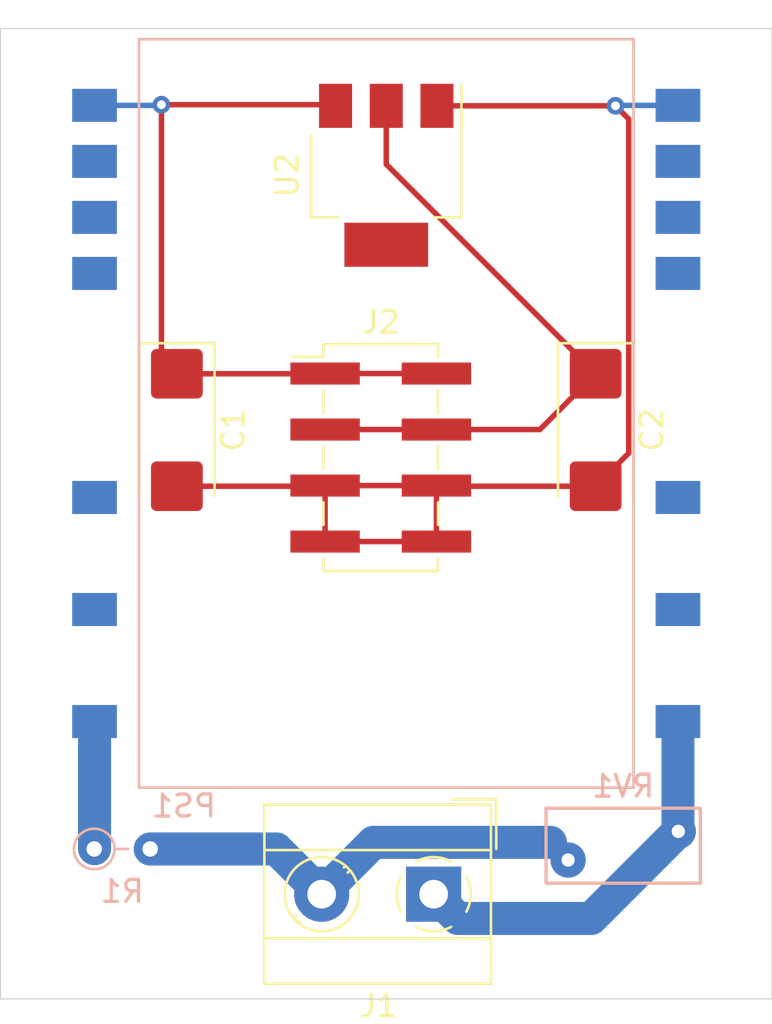
<source format=kicad_pcb>
(kicad_pcb (version 20171130) (host pcbnew "(5.1.9)-1")

  (general
    (thickness 1.6)
    (drawings 4)
    (tracks 44)
    (zones 0)
    (modules 8)
    (nets 7)
  )

  (page A4)
  (layers
    (0 F.Cu signal)
    (31 B.Cu signal)
    (32 B.Adhes user)
    (33 F.Adhes user)
    (34 B.Paste user)
    (35 F.Paste user)
    (36 B.SilkS user)
    (37 F.SilkS user)
    (38 B.Mask user)
    (39 F.Mask user)
    (40 Dwgs.User user)
    (41 Cmts.User user)
    (42 Eco1.User user)
    (43 Eco2.User user)
    (44 Edge.Cuts user)
    (45 Margin user)
    (46 B.CrtYd user)
    (47 F.CrtYd user)
    (48 B.Fab user)
    (49 F.Fab user)
  )

  (setup
    (last_trace_width 0.25)
    (trace_clearance 0.2)
    (zone_clearance 0.508)
    (zone_45_only no)
    (trace_min 0.2)
    (via_size 0.8)
    (via_drill 0.4)
    (via_min_size 0.4)
    (via_min_drill 0.3)
    (uvia_size 0.3)
    (uvia_drill 0.1)
    (uvias_allowed no)
    (uvia_min_size 0.2)
    (uvia_min_drill 0.1)
    (edge_width 0.05)
    (segment_width 0.2)
    (pcb_text_width 0.3)
    (pcb_text_size 1.5 1.5)
    (mod_edge_width 0.12)
    (mod_text_size 1 1)
    (mod_text_width 0.15)
    (pad_size 3.15 1)
    (pad_drill 0)
    (pad_to_mask_clearance 0)
    (aux_axis_origin 0 0)
    (visible_elements 7FFFFFFF)
    (pcbplotparams
      (layerselection 0x010fc_ffffffff)
      (usegerberextensions false)
      (usegerberattributes true)
      (usegerberadvancedattributes true)
      (creategerberjobfile true)
      (excludeedgelayer true)
      (linewidth 0.100000)
      (plotframeref false)
      (viasonmask false)
      (mode 1)
      (useauxorigin false)
      (hpglpennumber 1)
      (hpglpenspeed 20)
      (hpglpendiameter 15.000000)
      (psnegative false)
      (psa4output false)
      (plotreference true)
      (plotvalue true)
      (plotinvisibletext false)
      (padsonsilk false)
      (subtractmaskfromsilk false)
      (outputformat 1)
      (mirror false)
      (drillshape 0)
      (scaleselection 1)
      (outputdirectory "Gerber"))
  )

  (net 0 "")
  (net 1 GND)
  (net 2 +3V3)
  (net 3 +5V)
  (net 4 "Net-(PS1-Pad1)")
  (net 5 "Net-(J1-Pad1)")
  (net 6 "Net-(J1-Pad2)")

  (net_class Default "This is the default net class."
    (clearance 0.2)
    (trace_width 0.25)
    (via_dia 0.8)
    (via_drill 0.4)
    (uvia_dia 0.3)
    (uvia_drill 0.1)
    (add_net +3V3)
    (add_net +5V)
    (add_net GND)
    (add_net "Net-(J1-Pad1)")
    (add_net "Net-(J1-Pad2)")
    (add_net "Net-(PS1-Pad1)")
  )

  (module TerminalBlock_MetzConnect:TerminalBlock_MetzConnect_Type101_RT01602HBWC_1x02_P5.08mm_Horizontal (layer F.Cu) (tedit 5B294E9E) (tstamp 60861032)
    (at 122.15 109.25 180)
    (descr "terminal block Metz Connect Type101_RT01602HBWC, 2 pins, pitch 5.08mm, size 10.2x8mm^2, drill diamater 1.3mm, pad diameter 2.5mm, see http://www.metz-connect.com/de/system/files/productfiles/Datenblatt_311011_RT016xxHBWC_OFF-022771S.pdf, script-generated using https://github.com/pointhi/kicad-footprint-generator/scripts/TerminalBlock_MetzConnect")
    (tags "THT terminal block Metz Connect Type101_RT01602HBWC pitch 5.08mm size 10.2x8mm^2 drill 1.3mm pad 2.5mm")
    (path /6074A9FC)
    (fp_text reference J1 (at 2.5 -5.06) (layer F.SilkS)
      (effects (font (size 1 1) (thickness 0.15)))
    )
    (fp_text value Screw_Terminal_01x02 (at 2.5 5.06) (layer F.Fab)
      (effects (font (size 1 1) (thickness 0.15)))
    )
    (fp_circle (center 0 0) (end 1.5 0) (layer F.Fab) (width 0.1))
    (fp_circle (center 5.08 0) (end 6.58 0) (layer F.Fab) (width 0.1))
    (fp_circle (center 5.08 0) (end 6.76 0) (layer F.SilkS) (width 0.12))
    (fp_line (start -2.54 -4) (end 7.62 -4) (layer F.Fab) (width 0.1))
    (fp_line (start 7.62 -4) (end 7.62 4) (layer F.Fab) (width 0.1))
    (fp_line (start 7.62 4) (end -0.54 4) (layer F.Fab) (width 0.1))
    (fp_line (start -0.54 4) (end -2.54 2) (layer F.Fab) (width 0.1))
    (fp_line (start -2.54 2) (end -2.54 -4) (layer F.Fab) (width 0.1))
    (fp_line (start -2.54 2) (end 7.62 2) (layer F.Fab) (width 0.1))
    (fp_line (start -2.6 2) (end 7.68 2) (layer F.SilkS) (width 0.12))
    (fp_line (start -2.54 -2) (end 7.62 -2) (layer F.Fab) (width 0.1))
    (fp_line (start -2.6 -2) (end 7.68 -2) (layer F.SilkS) (width 0.12))
    (fp_line (start -2.6 -4.06) (end 7.68 -4.06) (layer F.SilkS) (width 0.12))
    (fp_line (start -2.6 4.06) (end 7.68 4.06) (layer F.SilkS) (width 0.12))
    (fp_line (start -2.6 -4.06) (end -2.6 4.06) (layer F.SilkS) (width 0.12))
    (fp_line (start 7.68 -4.06) (end 7.68 4.06) (layer F.SilkS) (width 0.12))
    (fp_line (start 1.138 -0.955) (end -0.955 1.138) (layer F.Fab) (width 0.1))
    (fp_line (start 0.955 -1.138) (end -1.138 0.955) (layer F.Fab) (width 0.1))
    (fp_line (start 6.218 -0.955) (end 4.126 1.138) (layer F.Fab) (width 0.1))
    (fp_line (start 6.035 -1.138) (end 3.943 0.955) (layer F.Fab) (width 0.1))
    (fp_line (start 6.355 -1.069) (end 6.261 -0.976) (layer F.SilkS) (width 0.12))
    (fp_line (start 4.07 1.216) (end 4.011 1.274) (layer F.SilkS) (width 0.12))
    (fp_line (start 6.15 -1.275) (end 6.091 -1.216) (layer F.SilkS) (width 0.12))
    (fp_line (start 3.9 0.976) (end 3.806 1.069) (layer F.SilkS) (width 0.12))
    (fp_line (start -2.84 2.06) (end -2.84 4.3) (layer F.SilkS) (width 0.12))
    (fp_line (start -2.84 4.3) (end -0.84 4.3) (layer F.SilkS) (width 0.12))
    (fp_line (start -3.04 -4.5) (end -3.04 4.5) (layer F.CrtYd) (width 0.05))
    (fp_line (start -3.04 4.5) (end 8.13 4.5) (layer F.CrtYd) (width 0.05))
    (fp_line (start 8.13 4.5) (end 8.13 -4.5) (layer F.CrtYd) (width 0.05))
    (fp_line (start 8.13 -4.5) (end -3.04 -4.5) (layer F.CrtYd) (width 0.05))
    (fp_text user %R (at 2.5 3) (layer F.Fab)
      (effects (font (size 1 1) (thickness 0.15)))
    )
    (fp_arc (start 0 0) (end -0.789 1.484) (angle -29) (layer F.SilkS) (width 0.12))
    (fp_arc (start 0 0) (end -1.484 -0.789) (angle -56) (layer F.SilkS) (width 0.12))
    (fp_arc (start 0 0) (end 0.789 -1.484) (angle -56) (layer F.SilkS) (width 0.12))
    (fp_arc (start 0 0) (end 1.484 0.789) (angle -56) (layer F.SilkS) (width 0.12))
    (fp_arc (start 0 0) (end 0 1.68) (angle -28) (layer F.SilkS) (width 0.12))
    (pad 2 thru_hole circle (at 5.08 0 180) (size 2.5 2.5) (drill 1.3) (layers *.Cu *.Mask)
      (net 6 "Net-(J1-Pad2)"))
    (pad 1 thru_hole rect (at 0 0 180) (size 2.5 2.5) (drill 1.3) (layers *.Cu *.Mask)
      (net 5 "Net-(J1-Pad1)"))
    (model ${KISYS3DMOD}/TerminalBlock_MetzConnect.3dshapes/TerminalBlock_MetzConnect_Type101_RT01602HBWC_1x02_P5.08mm_Horizontal.wrl
      (at (xyz 0 0 0))
      (scale (xyz 1 1 1))
      (rotate (xyz 0 0 0))
    )
  )

  (module Capacitor_Tantalum_SMD:CP_EIA-6032-28_Kemet-C_Pad2.25x2.35mm_HandSolder (layer F.Cu) (tedit 5EBA9318) (tstamp 60826608)
    (at 110.5 88.2 270)
    (descr "Tantalum Capacitor SMD Kemet-C (6032-28 Metric), IPC_7351 nominal, (Body size from: http://www.kemet.com/Lists/ProductCatalog/Attachments/253/KEM_TC101_STD.pdf), generated with kicad-footprint-generator")
    (tags "capacitor tantalum")
    (path /5D842486)
    (attr smd)
    (fp_text reference C1 (at 0 -2.55 90) (layer F.SilkS)
      (effects (font (size 1 1) (thickness 0.15)))
    )
    (fp_text value 10µ (at 0 2.55 90) (layer F.Fab)
      (effects (font (size 1 1) (thickness 0.15)))
    )
    (fp_line (start 3.92 1.85) (end -3.92 1.85) (layer F.CrtYd) (width 0.05))
    (fp_line (start 3.92 -1.85) (end 3.92 1.85) (layer F.CrtYd) (width 0.05))
    (fp_line (start -3.92 -1.85) (end 3.92 -1.85) (layer F.CrtYd) (width 0.05))
    (fp_line (start -3.92 1.85) (end -3.92 -1.85) (layer F.CrtYd) (width 0.05))
    (fp_line (start -3.935 1.71) (end 3 1.71) (layer F.SilkS) (width 0.12))
    (fp_line (start -3.935 -1.71) (end -3.935 1.71) (layer F.SilkS) (width 0.12))
    (fp_line (start 3 -1.71) (end -3.935 -1.71) (layer F.SilkS) (width 0.12))
    (fp_line (start 3 1.6) (end 3 -1.6) (layer F.Fab) (width 0.1))
    (fp_line (start -3 1.6) (end 3 1.6) (layer F.Fab) (width 0.1))
    (fp_line (start -3 -0.8) (end -3 1.6) (layer F.Fab) (width 0.1))
    (fp_line (start -2.2 -1.6) (end -3 -0.8) (layer F.Fab) (width 0.1))
    (fp_line (start 3 -1.6) (end -2.2 -1.6) (layer F.Fab) (width 0.1))
    (fp_text user %R (at 0 0 90) (layer F.Fab)
      (effects (font (size 1 1) (thickness 0.15)))
    )
    (pad 2 smd roundrect (at 2.55 0 270) (size 2.25 2.35) (layers F.Cu F.Paste F.Mask) (roundrect_rratio 0.1111106666666667)
      (net 1 GND))
    (pad 1 smd roundrect (at -2.55 0 270) (size 2.25 2.35) (layers F.Cu F.Paste F.Mask) (roundrect_rratio 0.1111106666666667)
      (net 3 +5V))
    (model ${KISYS3DMOD}/Capacitor_Tantalum_SMD.3dshapes/CP_EIA-6032-28_Kemet-C.wrl
      (at (xyz 0 0 0))
      (scale (xyz 1 1 1))
      (rotate (xyz 0 0 0))
    )
  )

  (module Capacitor_Tantalum_SMD:CP_EIA-6032-28_Kemet-C_Pad2.25x2.35mm_HandSolder (layer F.Cu) (tedit 5EBA9318) (tstamp 608265F5)
    (at 129.5 88.2 270)
    (descr "Tantalum Capacitor SMD Kemet-C (6032-28 Metric), IPC_7351 nominal, (Body size from: http://www.kemet.com/Lists/ProductCatalog/Attachments/253/KEM_TC101_STD.pdf), generated with kicad-footprint-generator")
    (tags "capacitor tantalum")
    (path /5D8005FA)
    (attr smd)
    (fp_text reference C2 (at 0 -2.55 90) (layer F.SilkS)
      (effects (font (size 1 1) (thickness 0.15)))
    )
    (fp_text value 10µ (at 0 2.55 90) (layer F.Fab)
      (effects (font (size 1 1) (thickness 0.15)))
    )
    (fp_line (start 3.92 1.85) (end -3.92 1.85) (layer F.CrtYd) (width 0.05))
    (fp_line (start 3.92 -1.85) (end 3.92 1.85) (layer F.CrtYd) (width 0.05))
    (fp_line (start -3.92 -1.85) (end 3.92 -1.85) (layer F.CrtYd) (width 0.05))
    (fp_line (start -3.92 1.85) (end -3.92 -1.85) (layer F.CrtYd) (width 0.05))
    (fp_line (start -3.935 1.71) (end 3 1.71) (layer F.SilkS) (width 0.12))
    (fp_line (start -3.935 -1.71) (end -3.935 1.71) (layer F.SilkS) (width 0.12))
    (fp_line (start 3 -1.71) (end -3.935 -1.71) (layer F.SilkS) (width 0.12))
    (fp_line (start 3 1.6) (end 3 -1.6) (layer F.Fab) (width 0.1))
    (fp_line (start -3 1.6) (end 3 1.6) (layer F.Fab) (width 0.1))
    (fp_line (start -3 -0.8) (end -3 1.6) (layer F.Fab) (width 0.1))
    (fp_line (start -2.2 -1.6) (end -3 -0.8) (layer F.Fab) (width 0.1))
    (fp_line (start 3 -1.6) (end -2.2 -1.6) (layer F.Fab) (width 0.1))
    (fp_text user %R (at 0 0 90) (layer F.Fab)
      (effects (font (size 1 1) (thickness 0.15)))
    )
    (pad 2 smd roundrect (at 2.55 0 270) (size 2.25 2.35) (layers F.Cu F.Paste F.Mask) (roundrect_rratio 0.1111106666666667)
      (net 1 GND))
    (pad 1 smd roundrect (at -2.55 0 270) (size 2.25 2.35) (layers F.Cu F.Paste F.Mask) (roundrect_rratio 0.1111106666666667)
      (net 2 +3V3))
    (model ${KISYS3DMOD}/Capacitor_Tantalum_SMD.3dshapes/CP_EIA-6032-28_Kemet-C.wrl
      (at (xyz 0 0 0))
      (scale (xyz 1 1 1))
      (rotate (xyz 0 0 0))
    )
  )

  (module Package_TO_SOT_SMD:SOT-223 (layer F.Cu) (tedit 5A02FF57) (tstamp 606DCCB7)
    (at 120 76.65 270)
    (descr "module CMS SOT223 4 pins")
    (tags "CMS SOT")
    (path /5D7EFCA2)
    (attr smd)
    (fp_text reference U2 (at 0 4.5 90) (layer F.SilkS)
      (effects (font (size 1 1) (thickness 0.15)))
    )
    (fp_text value TLV1117-33 (at 0 4.5 90) (layer F.Fab)
      (effects (font (size 1 1) (thickness 0.15)))
    )
    (fp_line (start 1.85 -3.35) (end 1.85 3.35) (layer F.Fab) (width 0.1))
    (fp_line (start -1.85 3.35) (end 1.85 3.35) (layer F.Fab) (width 0.1))
    (fp_line (start -4.1 -3.41) (end 1.91 -3.41) (layer F.SilkS) (width 0.12))
    (fp_line (start -0.8 -3.35) (end 1.85 -3.35) (layer F.Fab) (width 0.1))
    (fp_line (start -1.85 3.41) (end 1.91 3.41) (layer F.SilkS) (width 0.12))
    (fp_line (start -1.85 -2.3) (end -1.85 3.35) (layer F.Fab) (width 0.1))
    (fp_line (start -4.4 -3.6) (end -4.4 3.6) (layer F.CrtYd) (width 0.05))
    (fp_line (start -4.4 3.6) (end 4.4 3.6) (layer F.CrtYd) (width 0.05))
    (fp_line (start 4.4 3.6) (end 4.4 -3.6) (layer F.CrtYd) (width 0.05))
    (fp_line (start 4.4 -3.6) (end -4.4 -3.6) (layer F.CrtYd) (width 0.05))
    (fp_line (start 1.91 -3.41) (end 1.91 -2.15) (layer F.SilkS) (width 0.12))
    (fp_line (start 1.91 3.41) (end 1.91 2.15) (layer F.SilkS) (width 0.12))
    (fp_line (start -1.85 -2.3) (end -0.8 -3.35) (layer F.Fab) (width 0.1))
    (fp_text user %R (at 5.25 -3) (layer F.Fab)
      (effects (font (size 0.8 0.8) (thickness 0.12)))
    )
    (pad 1 smd rect (at -3.15 -2.3 270) (size 2 1.5) (layers F.Cu F.Paste F.Mask)
      (net 1 GND))
    (pad 3 smd rect (at -3.15 2.3 270) (size 2 1.5) (layers F.Cu F.Paste F.Mask)
      (net 3 +5V))
    (pad 2 smd rect (at -3.15 0 270) (size 2 1.5) (layers F.Cu F.Paste F.Mask)
      (net 2 +3V3))
    (pad 4 smd rect (at 3.15 0 270) (size 2 3.8) (layers F.Cu F.Paste F.Mask))
    (model ${KISYS3DMOD}/Package_TO_SOT_SMD.3dshapes/SOT-223.wrl
      (at (xyz 0 0 0))
      (scale (xyz 1 1 1))
      (rotate (xyz 0 0 0))
    )
  )

  (module Varistor:RV_Disc_D7mm_W3.4mm_P5mm (layer B.Cu) (tedit 5A0F68DF) (tstamp 606DCCA1)
    (at 128.25 107.7)
    (descr "Varistor, diameter 7mm, width 3.4mm, pitch 5mm")
    (tags "varistor SIOV")
    (path /6071C0F6)
    (fp_text reference RV1 (at 2.5 -3.35) (layer B.SilkS)
      (effects (font (size 1 1) (thickness 0.15)) (justify mirror))
    )
    (fp_text value Varistor (at 2.5 2.05) (layer B.Fab)
      (effects (font (size 1 1) (thickness 0.15)) (justify mirror))
    )
    (fp_line (start -1 1.05) (end -1 -2.35) (layer B.Fab) (width 0.1))
    (fp_line (start 6 1.05) (end 6 -2.35) (layer B.Fab) (width 0.1))
    (fp_line (start -1 1.05) (end 6 1.05) (layer B.Fab) (width 0.1))
    (fp_line (start -1 -2.35) (end 6 -2.35) (layer B.Fab) (width 0.1))
    (fp_line (start -1 1.05) (end -1 -2.35) (layer B.SilkS) (width 0.15))
    (fp_line (start 6 1.05) (end 6 -2.35) (layer B.SilkS) (width 0.15))
    (fp_line (start -1 1.05) (end 6 1.05) (layer B.SilkS) (width 0.15))
    (fp_line (start -1 -2.35) (end 6 -2.35) (layer B.SilkS) (width 0.15))
    (fp_line (start -1.25 1.3) (end -1.25 -2.6) (layer B.CrtYd) (width 0.05))
    (fp_line (start 6.25 1.3) (end 6.25 -2.6) (layer B.CrtYd) (width 0.05))
    (fp_line (start -1.25 1.3) (end 6.25 1.3) (layer B.CrtYd) (width 0.05))
    (fp_line (start -1.25 -2.6) (end 6.25 -2.6) (layer B.CrtYd) (width 0.05))
    (fp_text user %R (at 2.5 -0.65) (layer B.Fab)
      (effects (font (size 1 1) (thickness 0.15)) (justify mirror))
    )
    (pad 2 thru_hole circle (at 5 -1.3) (size 1.6 1.6) (drill 0.6) (layers *.Cu *.Mask)
      (net 5 "Net-(J1-Pad1)"))
    (pad 1 thru_hole circle (at 0 0) (size 1.6 1.6) (drill 0.6) (layers *.Cu *.Mask)
      (net 6 "Net-(J1-Pad2)"))
    (model ${KISYS3DMOD}/Varistor.3dshapes/RV_Disc_D7mm_W3.4mm_P5mm.wrl
      (at (xyz 0 0 0))
      (scale (xyz 1 1 1))
      (rotate (xyz 0 0 0))
    )
  )

  (module Resistor_THT:R_Axial_DIN0204_L3.6mm_D1.6mm_P2.54mm_Vertical (layer B.Cu) (tedit 5AE5139B) (tstamp 606DCC8E)
    (at 106.75 107.2)
    (descr "Resistor, Axial_DIN0204 series, Axial, Vertical, pin pitch=2.54mm, 0.167W, length*diameter=3.6*1.6mm^2, http://cdn-reichelt.de/documents/datenblatt/B400/1_4W%23YAG.pdf")
    (tags "Resistor Axial_DIN0204 series Axial Vertical pin pitch 2.54mm 0.167W length 3.6mm diameter 1.6mm")
    (path /6071DFDF)
    (fp_text reference R1 (at 1.27 1.92) (layer B.SilkS)
      (effects (font (size 1 1) (thickness 0.15)) (justify mirror))
    )
    (fp_text value 1K (at 1.27 -1.92) (layer B.Fab)
      (effects (font (size 1 1) (thickness 0.15)) (justify mirror))
    )
    (fp_line (start 3.49 1.05) (end -1.05 1.05) (layer B.CrtYd) (width 0.05))
    (fp_line (start 3.49 -1.05) (end 3.49 1.05) (layer B.CrtYd) (width 0.05))
    (fp_line (start -1.05 -1.05) (end 3.49 -1.05) (layer B.CrtYd) (width 0.05))
    (fp_line (start -1.05 1.05) (end -1.05 -1.05) (layer B.CrtYd) (width 0.05))
    (fp_line (start 0.92 0) (end 1.54 0) (layer B.SilkS) (width 0.12))
    (fp_line (start 0 0) (end 2.54 0) (layer B.Fab) (width 0.1))
    (fp_circle (center 0 0) (end 0.92 0) (layer B.SilkS) (width 0.12))
    (fp_circle (center 0 0) (end 0.8 0) (layer B.Fab) (width 0.1))
    (fp_text user %R (at 1.27 1.92) (layer B.Fab)
      (effects (font (size 1 1) (thickness 0.15)) (justify mirror))
    )
    (pad 2 thru_hole oval (at 2.54 0) (size 1.4 1.4) (drill 0.7) (layers *.Cu *.Mask)
      (net 6 "Net-(J1-Pad2)"))
    (pad 1 thru_hole circle (at 0 0) (size 1.4 1.4) (drill 0.7) (layers *.Cu *.Mask)
      (net 4 "Net-(PS1-Pad1)"))
    (model ${KISYS3DMOD}/Resistor_THT.3dshapes/R_Axial_DIN0204_L3.6mm_D1.6mm_P2.54mm_Vertical.wrl
      (at (xyz 0 0 0))
      (scale (xyz 1 1 1))
      (rotate (xyz 0 0 0))
    )
  )

  (module Converter_ACDC:Converter_ACDC_MeanWell_IRM-02-xx_SMD (layer B.Cu) (tedit 5B57271E) (tstamp 606DCC7F)
    (at 120 87.45)
    (descr "ACDC-Converter, 3W, Meanwell, IRM-02, SMD, https://www.meanwell.com/Upload/PDF/IRM-02/IRM-02-SPEC.PDF")
    (tags "ACDC-Converter 3W")
    (path /60706A99)
    (attr smd)
    (fp_text reference PS1 (at -9.18 17.8) (layer B.SilkS)
      (effects (font (size 1 1) (thickness 0.15)) (justify mirror))
    )
    (fp_text value IRM-02-5S (at 0 -17.9) (layer B.Fab)
      (effects (font (size 1 1) (thickness 0.15)) (justify mirror))
    )
    (fp_line (start -11.1 15.85) (end -10.1 16.85) (layer B.Fab) (width 0.1))
    (fp_line (start 11.1 16.85) (end -10.1 16.85) (layer B.Fab) (width 0.1))
    (fp_line (start 11.1 -16.85) (end 11.1 16.85) (layer B.Fab) (width 0.1))
    (fp_line (start -11.1 -16.85) (end 11.1 -16.85) (layer B.Fab) (width 0.1))
    (fp_line (start -11.1 15.85) (end -11.1 -16.85) (layer B.Fab) (width 0.1))
    (fp_line (start 14.5 17.1) (end 14.5 -17.1) (layer B.CrtYd) (width 0.05))
    (fp_line (start -14.5 -17.1) (end 14.5 -17.1) (layer B.CrtYd) (width 0.05))
    (fp_line (start -14.5 17.1) (end -14.5 -17.1) (layer B.CrtYd) (width 0.05))
    (fp_line (start 14.5 17.1) (end -14.5 17.1) (layer B.CrtYd) (width 0.05))
    (fp_line (start -11.22 16.97) (end 11.22 16.97) (layer B.SilkS) (width 0.12))
    (fp_line (start -11.22 -16.97) (end -11.22 16.97) (layer B.SilkS) (width 0.12))
    (fp_line (start 11.22 -16.97) (end -11.22 -16.97) (layer B.SilkS) (width 0.12))
    (fp_line (start 11.22 16.97) (end 11.22 -16.97) (layer B.SilkS) (width 0.12))
    (fp_text user %R (at 0 0) (layer B.Fab)
      (effects (font (size 1 1) (thickness 0.15)) (justify mirror))
    )
    (pad 12 smd rect (at -13.235 -13.97 90) (size 1.5 2.03) (layers B.Cu B.Paste B.Mask)
      (net 3 +5V))
    (pad 11 smd rect (at -13.235 -11.43 90) (size 1.5 2.03) (layers B.Cu B.Paste B.Mask))
    (pad 10 smd rect (at -13.235 -8.89 90) (size 1.5 2.03) (layers B.Cu B.Paste B.Mask))
    (pad 9 smd rect (at -13.235 -6.35 90) (size 1.5 2.03) (layers B.Cu B.Paste B.Mask))
    (pad 5 smd rect (at -13.235 3.81 90) (size 1.5 2.03) (layers B.Cu B.Paste B.Mask))
    (pad 3 smd rect (at -13.235 8.89 90) (size 1.5 2.03) (layers B.Cu B.Paste B.Mask))
    (pad 1 smd rect (at -13.235 13.97 90) (size 1.5 2.03) (layers B.Cu B.Paste B.Mask)
      (net 4 "Net-(PS1-Pad1)"))
    (pad 13 smd rect (at 13.235 -13.97 90) (size 1.5 2.03) (layers B.Cu B.Paste B.Mask)
      (net 1 GND))
    (pad 14 smd rect (at 13.235 -11.43 90) (size 1.5 2.03) (layers B.Cu B.Paste B.Mask))
    (pad 15 smd rect (at 13.235 -8.89 90) (size 1.5 2.03) (layers B.Cu B.Paste B.Mask))
    (pad 16 smd rect (at 13.235 -6.35 90) (size 1.5 2.03) (layers B.Cu B.Paste B.Mask))
    (pad 20 smd rect (at 13.235 3.81 90) (size 1.5 2.03) (layers B.Cu B.Paste B.Mask))
    (pad 22 smd rect (at 13.235 8.89 90) (size 1.5 2.03) (layers B.Cu B.Paste B.Mask))
    (pad 24 smd rect (at 13.235 13.97 90) (size 1.5 2.03) (layers B.Cu B.Paste B.Mask)
      (net 5 "Net-(J1-Pad1)"))
    (model ${KISYS3DMOD}/Converter_ACDC.3dshapes/Converter_ACDC_MeanWell_IRM-02-xx_SMD.wrl
      (at (xyz 0 0 0))
      (scale (xyz 1 1 1))
      (rotate (xyz 0 0 0))
    )
  )

  (module Connector_PinHeader_2.54mm:PinHeader_2x04_P2.54mm_Vertical_SMD (layer F.Cu) (tedit 609DBA1C) (tstamp 606DCC5F)
    (at 119.75 89.45)
    (descr "surface-mounted straight pin header, 2x04, 2.54mm pitch, double rows")
    (tags "Surface mounted pin header SMD 2x04 2.54mm double row")
    (path /607076C3)
    (attr smd)
    (fp_text reference J2 (at 0 -6.14) (layer F.SilkS)
      (effects (font (size 1 1) (thickness 0.15)))
    )
    (fp_text value Conn_02x04_Odd_Even (at 0 6.14) (layer F.Fab)
      (effects (font (size 1 1) (thickness 0.15)))
    )
    (fp_line (start 5.9 -5.6) (end -5.9 -5.6) (layer F.CrtYd) (width 0.05))
    (fp_line (start 5.9 5.6) (end 5.9 -5.6) (layer F.CrtYd) (width 0.05))
    (fp_line (start -5.9 5.6) (end 5.9 5.6) (layer F.CrtYd) (width 0.05))
    (fp_line (start -5.9 -5.6) (end -5.9 5.6) (layer F.CrtYd) (width 0.05))
    (fp_line (start 2.6 2.03) (end 2.6 3.05) (layer F.SilkS) (width 0.12))
    (fp_line (start -2.6 2.03) (end -2.6 3.05) (layer F.SilkS) (width 0.12))
    (fp_line (start 2.6 -0.51) (end 2.6 0.51) (layer F.SilkS) (width 0.12))
    (fp_line (start -2.6 -0.51) (end -2.6 0.51) (layer F.SilkS) (width 0.12))
    (fp_line (start 2.6 -3.05) (end 2.6 -2.03) (layer F.SilkS) (width 0.12))
    (fp_line (start -2.6 -3.05) (end -2.6 -2.03) (layer F.SilkS) (width 0.12))
    (fp_line (start 2.6 4.57) (end 2.6 5.14) (layer F.SilkS) (width 0.12))
    (fp_line (start -2.6 4.57) (end -2.6 5.14) (layer F.SilkS) (width 0.12))
    (fp_line (start 2.6 -5.14) (end 2.6 -4.57) (layer F.SilkS) (width 0.12))
    (fp_line (start -2.6 -5.14) (end -2.6 -4.57) (layer F.SilkS) (width 0.12))
    (fp_line (start -4.04 -4.57) (end -2.6 -4.57) (layer F.SilkS) (width 0.12))
    (fp_line (start -2.6 5.14) (end 2.6 5.14) (layer F.SilkS) (width 0.12))
    (fp_line (start -2.6 -5.14) (end 2.6 -5.14) (layer F.SilkS) (width 0.12))
    (fp_line (start 3.6 4.13) (end 2.54 4.13) (layer F.Fab) (width 0.1))
    (fp_line (start 3.6 3.49) (end 3.6 4.13) (layer F.Fab) (width 0.1))
    (fp_line (start 2.54 3.49) (end 3.6 3.49) (layer F.Fab) (width 0.1))
    (fp_line (start -3.6 4.13) (end -2.54 4.13) (layer F.Fab) (width 0.1))
    (fp_line (start -3.6 3.49) (end -3.6 4.13) (layer F.Fab) (width 0.1))
    (fp_line (start -2.54 3.49) (end -3.6 3.49) (layer F.Fab) (width 0.1))
    (fp_line (start 3.6 1.59) (end 2.54 1.59) (layer F.Fab) (width 0.1))
    (fp_line (start 3.6 0.95) (end 3.6 1.59) (layer F.Fab) (width 0.1))
    (fp_line (start 2.54 0.95) (end 3.6 0.95) (layer F.Fab) (width 0.1))
    (fp_line (start -3.6 1.59) (end -2.54 1.59) (layer F.Fab) (width 0.1))
    (fp_line (start -3.6 0.95) (end -3.6 1.59) (layer F.Fab) (width 0.1))
    (fp_line (start -2.54 0.95) (end -3.6 0.95) (layer F.Fab) (width 0.1))
    (fp_line (start 3.6 -0.95) (end 2.54 -0.95) (layer F.Fab) (width 0.1))
    (fp_line (start 3.6 -1.59) (end 3.6 -0.95) (layer F.Fab) (width 0.1))
    (fp_line (start 2.54 -1.59) (end 3.6 -1.59) (layer F.Fab) (width 0.1))
    (fp_line (start -3.6 -0.95) (end -2.54 -0.95) (layer F.Fab) (width 0.1))
    (fp_line (start -3.6 -1.59) (end -3.6 -0.95) (layer F.Fab) (width 0.1))
    (fp_line (start -2.54 -1.59) (end -3.6 -1.59) (layer F.Fab) (width 0.1))
    (fp_line (start 3.6 -3.49) (end 2.54 -3.49) (layer F.Fab) (width 0.1))
    (fp_line (start 3.6 -4.13) (end 3.6 -3.49) (layer F.Fab) (width 0.1))
    (fp_line (start 2.54 -4.13) (end 3.6 -4.13) (layer F.Fab) (width 0.1))
    (fp_line (start -3.6 -3.49) (end -2.54 -3.49) (layer F.Fab) (width 0.1))
    (fp_line (start -3.6 -4.13) (end -3.6 -3.49) (layer F.Fab) (width 0.1))
    (fp_line (start -2.54 -4.13) (end -3.6 -4.13) (layer F.Fab) (width 0.1))
    (fp_line (start 2.54 -5.08) (end 2.54 5.08) (layer F.Fab) (width 0.1))
    (fp_line (start -2.54 -4.13) (end -1.59 -5.08) (layer F.Fab) (width 0.1))
    (fp_line (start -2.54 5.08) (end -2.54 -4.13) (layer F.Fab) (width 0.1))
    (fp_line (start -1.59 -5.08) (end 2.54 -5.08) (layer F.Fab) (width 0.1))
    (fp_line (start 2.54 5.08) (end -2.54 5.08) (layer F.Fab) (width 0.1))
    (fp_text user %R (at 0 0 90) (layer F.Fab)
      (effects (font (size 1 1) (thickness 0.15)))
    )
    (pad 8 smd rect (at 2.525 3.81) (size 3.15 1) (layers F.Cu F.Paste F.Mask)
      (net 1 GND))
    (pad 7 smd rect (at -2.525 3.81) (size 3.15 1) (layers F.Cu F.Paste F.Mask)
      (net 1 GND))
    (pad 6 smd rect (at 2.525 1.27) (size 3.15 1) (layers F.Cu F.Paste F.Mask)
      (net 1 GND))
    (pad 5 smd rect (at -2.525 1.27) (size 3.15 1) (layers F.Cu F.Paste F.Mask)
      (net 1 GND))
    (pad 4 smd rect (at 2.525 -1.27) (size 3.15 1) (layers F.Cu F.Paste F.Mask)
      (net 2 +3V3))
    (pad 3 smd rect (at -2.525 -1.27) (size 3.15 1) (layers F.Cu F.Paste F.Mask)
      (net 2 +3V3))
    (pad 2 smd rect (at 2.525 -3.81) (size 3.15 1) (layers F.Cu F.Paste F.Mask)
      (net 3 +5V))
    (pad 1 smd rect (at -2.525 -3.81) (size 3.15 1) (layers F.Cu F.Paste F.Mask)
      (net 3 +5V))
    (model ${KISYS3DMOD}/Connector_PinHeader_2.54mm.3dshapes/PinHeader_2x04_P2.54mm_Vertical_SMD.wrl
      (at (xyz 0 0 0))
      (scale (xyz 1 1 1))
      (rotate (xyz 0 0 0))
    )
  )

  (gr_line (start 102.5 114) (end 102.5 70) (layer Edge.Cuts) (width 0.05) (tstamp 6081B1FF))
  (gr_line (start 137.5 114) (end 102.5 114) (layer Edge.Cuts) (width 0.05))
  (gr_line (start 137.5 70) (end 137.5 114) (layer Edge.Cuts) (width 0.05))
  (gr_line (start 102.5 70) (end 137.5 70) (layer Edge.Cuts) (width 0.05))

  (via (at 130.4 73.5) (size 0.8) (drill 0.4) (layers F.Cu B.Cu) (net 1))
  (segment (start 117.195 90.75) (end 117.225 90.72) (width 0.25) (layer F.Cu) (net 1))
  (segment (start 110.5 90.75) (end 117.195 90.75) (width 0.25) (layer F.Cu) (net 1))
  (segment (start 122.305 90.75) (end 122.275 90.72) (width 0.25) (layer F.Cu) (net 1))
  (segment (start 129.5 90.75) (end 122.305 90.75) (width 0.25) (layer F.Cu) (net 1))
  (segment (start 117.225 90.72) (end 117.225 93.26) (width 0.25) (layer F.Cu) (net 1))
  (segment (start 117.225 90.72) (end 122.275 90.72) (width 0.25) (layer F.Cu) (net 1))
  (segment (start 122.275 90.72) (end 122.275 93.26) (width 0.25) (layer F.Cu) (net 1))
  (segment (start 122.275 93.26) (end 117.225 93.26) (width 0.25) (layer F.Cu) (net 1))
  (segment (start 130.42 73.48) (end 130.4 73.5) (width 0.25) (layer B.Cu) (net 1))
  (segment (start 133.235 73.48) (end 130.42 73.48) (width 0.25) (layer B.Cu) (net 1))
  (segment (start 131.00001 89.24999) (end 129.5 90.75) (width 0.25) (layer F.Cu) (net 1))
  (segment (start 131.00001 74.10001) (end 131.00001 89.24999) (width 0.25) (layer F.Cu) (net 1))
  (segment (start 130.4 73.5) (end 131.00001 74.10001) (width 0.25) (layer F.Cu) (net 1))
  (segment (start 122.3 73.5) (end 130.4 73.5) (width 0.25) (layer F.Cu) (net 1))
  (segment (start 129.49 85.64) (end 129.5 85.65) (width 0.25) (layer F.Cu) (net 2))
  (segment (start 120 76.15) (end 129.5 85.65) (width 0.25) (layer F.Cu) (net 2))
  (segment (start 120 73.5) (end 120 76.15) (width 0.25) (layer F.Cu) (net 2))
  (segment (start 117.225 88.18) (end 122.275 88.18) (width 0.25) (layer F.Cu) (net 2))
  (segment (start 126.97 88.18) (end 129.5 85.65) (width 0.25) (layer F.Cu) (net 2))
  (segment (start 122.275 88.18) (end 126.97 88.18) (width 0.25) (layer F.Cu) (net 2))
  (via (at 109.8 73.45) (size 0.8) (drill 0.4) (layers F.Cu B.Cu) (net 3))
  (segment (start 117.215 85.65) (end 117.225 85.64) (width 0.25) (layer F.Cu) (net 3))
  (segment (start 110.5 85.65) (end 117.215 85.65) (width 0.25) (layer F.Cu) (net 3))
  (segment (start 109.77 73.48) (end 109.8 73.45) (width 0.25) (layer B.Cu) (net 3))
  (segment (start 106.765 73.48) (end 109.77 73.48) (width 0.25) (layer B.Cu) (net 3))
  (segment (start 117.65 73.45) (end 117.7 73.5) (width 0.25) (layer F.Cu) (net 3))
  (segment (start 109.8 73.45) (end 117.65 73.45) (width 0.25) (layer F.Cu) (net 3))
  (segment (start 109.8 84.95) (end 110.5 85.65) (width 0.25) (layer F.Cu) (net 3))
  (segment (start 109.8 73.45) (end 109.8 84.95) (width 0.25) (layer F.Cu) (net 3))
  (segment (start 117.225 85.64) (end 122.275 85.64) (width 0.25) (layer F.Cu) (net 3))
  (segment (start 106.765 107.185) (end 106.75 107.2) (width 0.25) (layer B.Cu) (net 4))
  (segment (start 106.765 101.42) (end 106.765 107.185) (width 1.5) (layer B.Cu) (net 4))
  (segment (start 133.235 106.385) (end 133.25 106.4) (width 0.25) (layer B.Cu) (net 5))
  (segment (start 133.235 101.42) (end 133.235 106.385) (width 1.5) (layer B.Cu) (net 5))
  (segment (start 130.4 109.25) (end 133.25 106.4) (width 1.5) (layer B.Cu) (net 5))
  (segment (start 129.3 110.35) (end 130.4 109.25) (width 1.5) (layer B.Cu) (net 5))
  (segment (start 123.25 110.35) (end 129.3 110.35) (width 1.5) (layer B.Cu) (net 5))
  (segment (start 122.15 109.25) (end 123.25 110.35) (width 1.5) (layer B.Cu) (net 5))
  (segment (start 115.02 107.2) (end 117.07 109.25) (width 1.5) (layer B.Cu) (net 6))
  (segment (start 109.29 107.2) (end 115.02 107.2) (width 1.5) (layer B.Cu) (net 6))
  (segment (start 119.419999 106.900001) (end 117.07 109.25) (width 1.5) (layer B.Cu) (net 6))
  (segment (start 127.450001 106.900001) (end 119.419999 106.900001) (width 1.5) (layer B.Cu) (net 6))
  (segment (start 128.25 107.7) (end 127.450001 106.900001) (width 0.25) (layer B.Cu) (net 6))

)

</source>
